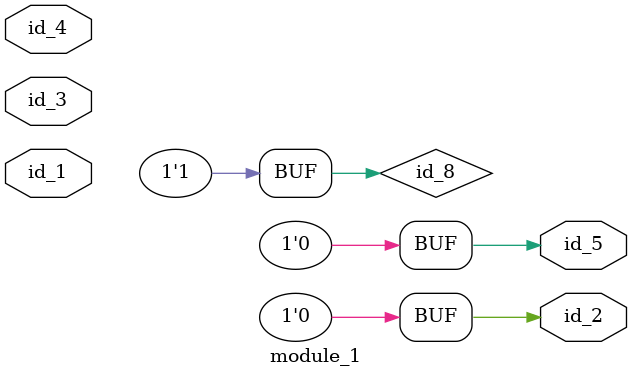
<source format=v>
module module_0 (
    id_1,
    id_2,
    id_3,
    id_4,
    id_5,
    id_6,
    id_7,
    id_8
);
  input wire id_8;
  output wire id_7;
  inout wire id_6;
  output wire id_5;
  input wire id_4;
  input wire id_3;
  inout wire id_2;
  inout wire id_1;
  wire id_9;
  assign module_1.id_1 = 0;
endmodule
module module_1 (
    id_1,
    id_2,
    id_3,
    id_4,
    id_5
);
  output wire id_5;
  input wire id_4;
  input wire id_3;
  output wire id_2;
  input wire id_1;
  wire id_6;
  wor  id_7 = (id_1);
  not primCall (id_5, id_8);
  assign id_2 = 1'h0;
  reg id_8;
  module_0 modCall_1 (
      id_7,
      id_6,
      id_6,
      id_1,
      id_7,
      id_7,
      id_6,
      id_7
  );
  always @(posedge id_8 + id_7) id_6 = 1;
  always @(*) id_8 <= 1;
  wire id_9;
endmodule

</source>
